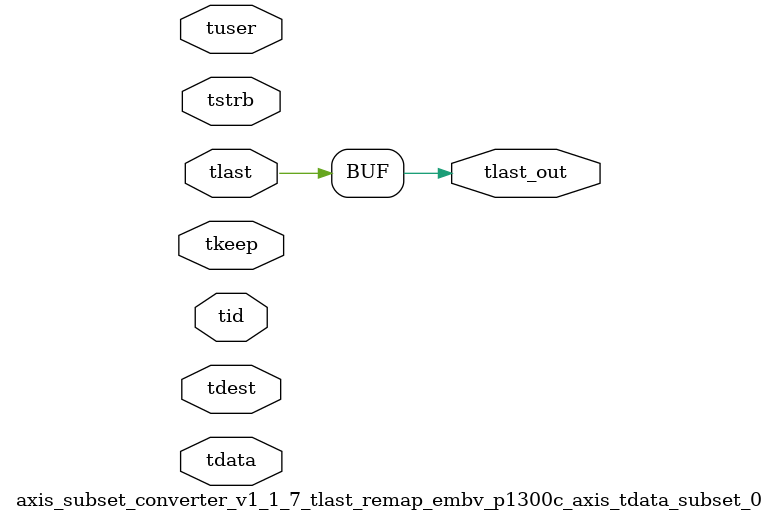
<source format=v>


`timescale 1ps/1ps

module axis_subset_converter_v1_1_7_tlast_remap_embv_p1300c_axis_tdata_subset_0 #
(
parameter C_S_AXIS_TID_WIDTH   = 1,
parameter C_S_AXIS_TUSER_WIDTH = 0,
parameter C_S_AXIS_TDATA_WIDTH = 0,
parameter C_S_AXIS_TDEST_WIDTH = 0
)
(
input  [(C_S_AXIS_TID_WIDTH   == 0 ? 1 : C_S_AXIS_TID_WIDTH)-1:0       ] tid,
input  [(C_S_AXIS_TDATA_WIDTH == 0 ? 1 : C_S_AXIS_TDATA_WIDTH)-1:0     ] tdata,
input  [(C_S_AXIS_TUSER_WIDTH == 0 ? 1 : C_S_AXIS_TUSER_WIDTH)-1:0     ] tuser,
input  [(C_S_AXIS_TDEST_WIDTH == 0 ? 1 : C_S_AXIS_TDEST_WIDTH)-1:0     ] tdest,
input  [(C_S_AXIS_TDATA_WIDTH/8)-1:0 ] tkeep,
input  [(C_S_AXIS_TDATA_WIDTH/8)-1:0 ] tstrb,
input  [0:0]                                                             tlast,
output                                                                   tlast_out
);

assign tlast_out = {tlast[0]};

endmodule


</source>
